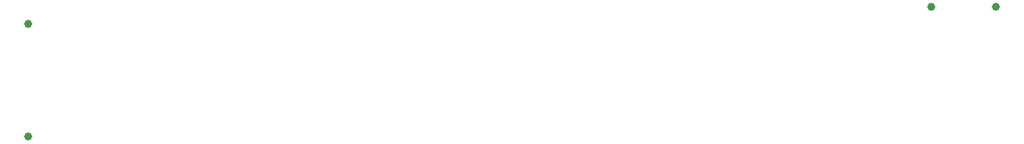
<source format=gbr>
%TF.GenerationSoftware,KiCad,Pcbnew,8.0.4*%
%TF.CreationDate,2024-11-23T17:51:10-05:00*%
%TF.ProjectId,Ruler_PowerCouple,52756c65-725f-4506-9f77-6572436f7570,rev?*%
%TF.SameCoordinates,Original*%
%TF.FileFunction,Soldermask,Bot*%
%TF.FilePolarity,Negative*%
%FSLAX46Y46*%
G04 Gerber Fmt 4.6, Leading zero omitted, Abs format (unit mm)*
G04 Created by KiCad (PCBNEW 8.0.4) date 2024-11-23 17:51:10*
%MOMM*%
%LPD*%
G01*
G04 APERTURE LIST*
%ADD10C,1.000000*%
G04 APERTURE END LIST*
D10*
%TO.C,U10*%
X80276000Y-83311999D03*
X80276000Y-97311999D03*
%TD*%
%TO.C,J2*%
X199550000Y-81250000D03*
X191550000Y-81250000D03*
%TD*%
M02*

</source>
